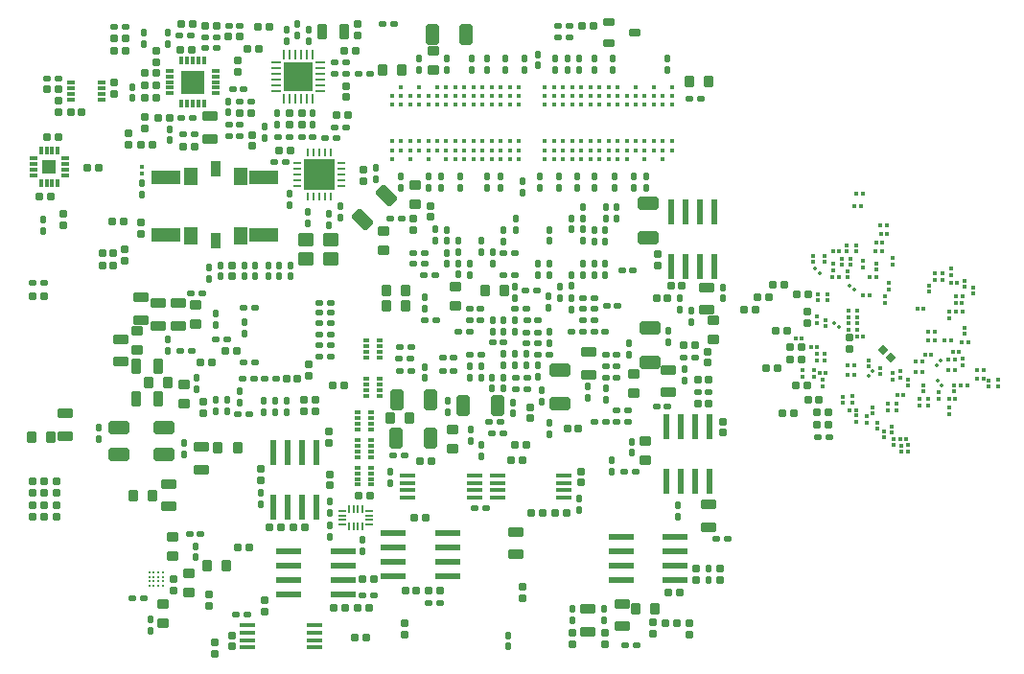
<source format=gbp>
G04 Layer_Color=128*
%FSLAX44Y44*%
%MOMM*%
G71*
G01*
G75*
G04:AMPARAMS|DCode=23|XSize=0.6mm|YSize=0.6mm|CornerRadius=0.06mm|HoleSize=0mm|Usage=FLASHONLY|Rotation=0.000|XOffset=0mm|YOffset=0mm|HoleType=Round|Shape=RoundedRectangle|*
%AMROUNDEDRECTD23*
21,1,0.6000,0.4800,0,0,0.0*
21,1,0.4800,0.6000,0,0,0.0*
1,1,0.1200,0.2400,-0.2400*
1,1,0.1200,-0.2400,-0.2400*
1,1,0.1200,-0.2400,0.2400*
1,1,0.1200,0.2400,0.2400*
%
%ADD23ROUNDEDRECTD23*%
G04:AMPARAMS|DCode=24|XSize=1mm|YSize=0.9mm|CornerRadius=0.1125mm|HoleSize=0mm|Usage=FLASHONLY|Rotation=0.000|XOffset=0mm|YOffset=0mm|HoleType=Round|Shape=RoundedRectangle|*
%AMROUNDEDRECTD24*
21,1,1.0000,0.6750,0,0,0.0*
21,1,0.7750,0.9000,0,0,0.0*
1,1,0.2250,0.3875,-0.3375*
1,1,0.2250,-0.3875,-0.3375*
1,1,0.2250,-0.3875,0.3375*
1,1,0.2250,0.3875,0.3375*
%
%ADD24ROUNDEDRECTD24*%
G04:AMPARAMS|DCode=25|XSize=1mm|YSize=0.9mm|CornerRadius=0.1125mm|HoleSize=0mm|Usage=FLASHONLY|Rotation=270.000|XOffset=0mm|YOffset=0mm|HoleType=Round|Shape=RoundedRectangle|*
%AMROUNDEDRECTD25*
21,1,1.0000,0.6750,0,0,270.0*
21,1,0.7750,0.9000,0,0,270.0*
1,1,0.2250,-0.3375,-0.3875*
1,1,0.2250,-0.3375,0.3875*
1,1,0.2250,0.3375,0.3875*
1,1,0.2250,0.3375,-0.3875*
%
%ADD25ROUNDEDRECTD25*%
G04:AMPARAMS|DCode=27|XSize=0.6mm|YSize=0.6mm|CornerRadius=0.06mm|HoleSize=0mm|Usage=FLASHONLY|Rotation=90.000|XOffset=0mm|YOffset=0mm|HoleType=Round|Shape=RoundedRectangle|*
%AMROUNDEDRECTD27*
21,1,0.6000,0.4800,0,0,90.0*
21,1,0.4800,0.6000,0,0,90.0*
1,1,0.1200,0.2400,0.2400*
1,1,0.1200,0.2400,-0.2400*
1,1,0.1200,-0.2400,-0.2400*
1,1,0.1200,-0.2400,0.2400*
%
%ADD27ROUNDEDRECTD27*%
%ADD28R,2.2000X0.5500*%
%ADD30R,0.5500X2.2000*%
G04:AMPARAMS|DCode=32|XSize=0.5mm|YSize=0.6mm|CornerRadius=0.05mm|HoleSize=0mm|Usage=FLASHONLY|Rotation=270.000|XOffset=0mm|YOffset=0mm|HoleType=Round|Shape=RoundedRectangle|*
%AMROUNDEDRECTD32*
21,1,0.5000,0.5000,0,0,270.0*
21,1,0.4000,0.6000,0,0,270.0*
1,1,0.1000,-0.2500,-0.2000*
1,1,0.1000,-0.2500,0.2000*
1,1,0.1000,0.2500,0.2000*
1,1,0.1000,0.2500,-0.2000*
%
%ADD32ROUNDEDRECTD32*%
G04:AMPARAMS|DCode=33|XSize=0.5mm|YSize=0.6mm|CornerRadius=0.05mm|HoleSize=0mm|Usage=FLASHONLY|Rotation=0.000|XOffset=0mm|YOffset=0mm|HoleType=Round|Shape=RoundedRectangle|*
%AMROUNDEDRECTD33*
21,1,0.5000,0.5000,0,0,0.0*
21,1,0.4000,0.6000,0,0,0.0*
1,1,0.1000,0.2000,-0.2500*
1,1,0.1000,-0.2000,-0.2500*
1,1,0.1000,-0.2000,0.2500*
1,1,0.1000,0.2000,0.2500*
%
%ADD33ROUNDEDRECTD33*%
%ADD37R,0.3500X0.3000*%
%ADD38R,0.3000X0.3500*%
G04:AMPARAMS|DCode=43|XSize=1.3mm|YSize=0.8mm|CornerRadius=0.1mm|HoleSize=0mm|Usage=FLASHONLY|Rotation=180.000|XOffset=0mm|YOffset=0mm|HoleType=Round|Shape=RoundedRectangle|*
%AMROUNDEDRECTD43*
21,1,1.3000,0.6000,0,0,180.0*
21,1,1.1000,0.8000,0,0,180.0*
1,1,0.2000,-0.5500,0.3000*
1,1,0.2000,0.5500,0.3000*
1,1,0.2000,0.5500,-0.3000*
1,1,0.2000,-0.5500,-0.3000*
%
%ADD43ROUNDEDRECTD43*%
G04:AMPARAMS|DCode=49|XSize=1.8mm|YSize=1.15mm|CornerRadius=0.1437mm|HoleSize=0mm|Usage=FLASHONLY|Rotation=0.000|XOffset=0mm|YOffset=0mm|HoleType=Round|Shape=RoundedRectangle|*
%AMROUNDEDRECTD49*
21,1,1.8000,0.8625,0,0,0.0*
21,1,1.5125,1.1500,0,0,0.0*
1,1,0.2875,0.7562,-0.4313*
1,1,0.2875,-0.7562,-0.4313*
1,1,0.2875,-0.7562,0.4313*
1,1,0.2875,0.7562,0.4313*
%
%ADD49ROUNDEDRECTD49*%
G04:AMPARAMS|DCode=50|XSize=1.8mm|YSize=1.15mm|CornerRadius=0.1437mm|HoleSize=0mm|Usage=FLASHONLY|Rotation=90.000|XOffset=0mm|YOffset=0mm|HoleType=Round|Shape=RoundedRectangle|*
%AMROUNDEDRECTD50*
21,1,1.8000,0.8625,0,0,90.0*
21,1,1.5125,1.1500,0,0,90.0*
1,1,0.2875,0.4313,0.7562*
1,1,0.2875,0.4313,-0.7562*
1,1,0.2875,-0.4313,-0.7562*
1,1,0.2875,-0.4313,0.7562*
%
%ADD50ROUNDEDRECTD50*%
G04:AMPARAMS|DCode=51|XSize=1.3mm|YSize=0.8mm|CornerRadius=0.1mm|HoleSize=0mm|Usage=FLASHONLY|Rotation=90.000|XOffset=0mm|YOffset=0mm|HoleType=Round|Shape=RoundedRectangle|*
%AMROUNDEDRECTD51*
21,1,1.3000,0.6000,0,0,90.0*
21,1,1.1000,0.8000,0,0,90.0*
1,1,0.2000,0.3000,0.5500*
1,1,0.2000,0.3000,-0.5500*
1,1,0.2000,-0.3000,-0.5500*
1,1,0.2000,-0.3000,0.5500*
%
%ADD51ROUNDEDRECTD51*%
%ADD62R,0.6000X0.4500*%
%ADD63R,0.6000X0.3000*%
G04:AMPARAMS|DCode=68|XSize=0.6mm|YSize=0.6mm|CornerRadius=0.06mm|HoleSize=0mm|Usage=FLASHONLY|Rotation=225.000|XOffset=0mm|YOffset=0mm|HoleType=Round|Shape=RoundedRectangle|*
%AMROUNDEDRECTD68*
21,1,0.6000,0.4800,0,0,225.0*
21,1,0.4800,0.6000,0,0,225.0*
1,1,0.1200,-0.3394,0.0000*
1,1,0.1200,0.0000,0.3394*
1,1,0.1200,0.3394,0.0000*
1,1,0.1200,0.0000,-0.3394*
%
%ADD68ROUNDEDRECTD68*%
G04:AMPARAMS|DCode=129|XSize=1.8mm|YSize=1.15mm|CornerRadius=0.1437mm|HoleSize=0mm|Usage=FLASHONLY|Rotation=315.000|XOffset=0mm|YOffset=0mm|HoleType=Round|Shape=RoundedRectangle|*
%AMROUNDEDRECTD129*
21,1,1.8000,0.8625,0,0,315.0*
21,1,1.5125,1.1500,0,0,315.0*
1,1,0.2875,0.2298,-0.8397*
1,1,0.2875,-0.8397,0.2298*
1,1,0.2875,-0.2298,0.8397*
1,1,0.2875,0.8397,-0.2298*
%
%ADD129ROUNDEDRECTD129*%
%ADD130R,0.6500X0.2000*%
%ADD131R,0.2000X0.7500*%
%ADD132R,0.2000X0.6500*%
%ADD133R,2.1000X2.1000*%
%ADD134R,0.3000X0.7000*%
%ADD135R,0.7000X0.3000*%
%ADD136R,2.5400X1.2700*%
%ADD137R,1.2000X1.5000*%
%ADD138R,0.9000X1.4000*%
G04:AMPARAMS|DCode=139|XSize=0.3mm|YSize=0.35mm|CornerRadius=0mm|HoleSize=0mm|Usage=FLASHONLY|Rotation=135.000|XOffset=0mm|YOffset=0mm|HoleType=Round|Shape=Rectangle|*
%AMROTATEDRECTD139*
4,1,4,0.2298,0.0177,-0.0177,-0.2298,-0.2298,-0.0177,0.0177,0.2298,0.2298,0.0177,0.0*
%
%ADD139ROTATEDRECTD139*%

G04:AMPARAMS|DCode=140|XSize=0.3mm|YSize=0.35mm|CornerRadius=0mm|HoleSize=0mm|Usage=FLASHONLY|Rotation=225.000|XOffset=0mm|YOffset=0mm|HoleType=Round|Shape=Rectangle|*
%AMROTATEDRECTD140*
4,1,4,-0.0177,0.2298,0.2298,-0.0177,0.0177,-0.2298,-0.2298,0.0177,-0.0177,0.2298,0.0*
%
%ADD140ROTATEDRECTD140*%

%ADD141C,0.2000*%
%ADD142R,1.4000X0.4500*%
G04:AMPARAMS|DCode=143|XSize=1.4mm|YSize=1.2mm|CornerRadius=0.15mm|HoleSize=0mm|Usage=FLASHONLY|Rotation=0.000|XOffset=0mm|YOffset=0mm|HoleType=Round|Shape=RoundedRectangle|*
%AMROUNDEDRECTD143*
21,1,1.4000,0.9000,0,0,0.0*
21,1,1.1000,1.2000,0,0,0.0*
1,1,0.3000,0.5500,-0.4500*
1,1,0.3000,-0.5500,-0.4500*
1,1,0.3000,-0.5500,0.4500*
1,1,0.3000,0.5500,0.4500*
%
%ADD143ROUNDEDRECTD143*%
%ADD144R,2.6000X2.6000*%
%ADD145O,0.9000X0.2500*%
%ADD146O,0.2500X0.9000*%
G04:AMPARAMS|DCode=147|XSize=1.8mm|YSize=1.2mm|CornerRadius=0.15mm|HoleSize=0mm|Usage=FLASHONLY|Rotation=180.000|XOffset=0mm|YOffset=0mm|HoleType=Round|Shape=RoundedRectangle|*
%AMROUNDEDRECTD147*
21,1,1.8000,0.9000,0,0,180.0*
21,1,1.5000,1.2000,0,0,180.0*
1,1,0.3000,-0.7500,0.4500*
1,1,0.3000,0.7500,0.4500*
1,1,0.3000,0.7500,-0.4500*
1,1,0.3000,-0.7500,-0.4500*
%
%ADD147ROUNDEDRECTD147*%
%ADD148C,0.4500*%
%ADD149R,1.2500X1.2500*%
%ADD150R,0.3000X0.8000*%
%ADD151R,0.8000X0.3000*%
%ADD152R,2.7000X2.7000*%
%ADD153R,0.8000X0.2500*%
%ADD154R,0.2500X0.8000*%
G04:AMPARAMS|DCode=155|XSize=0.6mm|YSize=1mm|CornerRadius=0.075mm|HoleSize=0mm|Usage=FLASHONLY|Rotation=90.000|XOffset=0mm|YOffset=0mm|HoleType=Round|Shape=RoundedRectangle|*
%AMROUNDEDRECTD155*
21,1,0.6000,0.8500,0,0,90.0*
21,1,0.4500,1.0000,0,0,90.0*
1,1,0.1500,0.4250,0.2250*
1,1,0.1500,0.4250,-0.2250*
1,1,0.1500,-0.4250,-0.2250*
1,1,0.1500,-0.4250,0.2250*
%
%ADD155ROUNDEDRECTD155*%
D23*
X184750Y27500D02*
D03*
Y37500D02*
D03*
X169000Y21250D02*
D03*
Y31250D02*
D03*
X604250Y288000D02*
D03*
Y278000D02*
D03*
X164000Y73750D02*
D03*
Y63750D02*
D03*
X337250Y38000D02*
D03*
Y48000D02*
D03*
X80750Y515250D02*
D03*
Y525250D02*
D03*
X93250Y471000D02*
D03*
Y481000D02*
D03*
X107750Y484750D02*
D03*
Y494750D02*
D03*
X104250Y391750D02*
D03*
Y401750D02*
D03*
X235000Y498125D02*
D03*
Y488125D02*
D03*
X246000Y498125D02*
D03*
Y488125D02*
D03*
X285500Y522625D02*
D03*
Y512625D02*
D03*
X31000Y509250D02*
D03*
Y499250D02*
D03*
X729510Y300187D02*
D03*
Y290187D02*
D03*
X692250Y313000D02*
D03*
Y323000D02*
D03*
X132625Y87125D02*
D03*
Y77125D02*
D03*
X300750Y448500D02*
D03*
Y438500D02*
D03*
X29750Y163000D02*
D03*
Y173000D02*
D03*
X8250Y163000D02*
D03*
Y173000D02*
D03*
X19000Y163000D02*
D03*
Y173000D02*
D03*
X19000Y152500D02*
D03*
Y142500D02*
D03*
X8250Y152500D02*
D03*
X8250Y142500D02*
D03*
X29750Y152500D02*
D03*
Y142500D02*
D03*
X485000Y39750D02*
D03*
X485000Y29750D02*
D03*
X513500Y39750D02*
D03*
Y29750D02*
D03*
X344500Y395500D02*
D03*
Y405500D02*
D03*
X359750Y416750D02*
D03*
Y406750D02*
D03*
X588500Y48250D02*
D03*
Y38250D02*
D03*
X594500Y96000D02*
D03*
Y86000D02*
D03*
X615500D02*
D03*
X615500Y96000D02*
D03*
X560750Y373750D02*
D03*
Y363750D02*
D03*
X556000Y38750D02*
D03*
Y48750D02*
D03*
X617750Y226250D02*
D03*
Y216250D02*
D03*
X440750Y80250D02*
D03*
Y70250D02*
D03*
X492750Y182250D02*
D03*
Y172250D02*
D03*
X448000Y239000D02*
D03*
Y229000D02*
D03*
X159500Y243500D02*
D03*
Y233500D02*
D03*
X247750Y245000D02*
D03*
Y235000D02*
D03*
X258500Y245000D02*
D03*
Y235000D02*
D03*
X252250Y276750D02*
D03*
Y266750D02*
D03*
X184750Y354250D02*
D03*
Y364250D02*
D03*
X209750Y184000D02*
D03*
Y174000D02*
D03*
X270750Y179750D02*
D03*
Y169750D02*
D03*
X189250Y545000D02*
D03*
Y535000D02*
D03*
X202605Y469429D02*
D03*
Y479429D02*
D03*
X89750Y378250D02*
D03*
Y368250D02*
D03*
X295250Y577000D02*
D03*
Y567000D02*
D03*
X117750Y543500D02*
D03*
Y553500D02*
D03*
X35250Y399750D02*
D03*
Y409750D02*
D03*
X213000Y58250D02*
D03*
Y68250D02*
D03*
X270250Y217250D02*
D03*
Y207250D02*
D03*
D24*
X539500Y268000D02*
D03*
Y251000D02*
D03*
X549500Y209000D02*
D03*
Y192000D02*
D03*
X609250Y298500D02*
D03*
Y315500D02*
D03*
X346250Y435250D02*
D03*
Y418250D02*
D03*
X123750Y47750D02*
D03*
Y64750D02*
D03*
X131750Y124250D02*
D03*
X131750Y107250D02*
D03*
X146250Y75500D02*
D03*
Y92500D02*
D03*
X152250Y312250D02*
D03*
X152250Y329250D02*
D03*
X142000Y258750D02*
D03*
Y241750D02*
D03*
X101000Y306000D02*
D03*
X101000Y289000D02*
D03*
X362750Y536750D02*
D03*
Y553750D02*
D03*
X318250Y377250D02*
D03*
Y394250D02*
D03*
X381500Y328250D02*
D03*
Y345250D02*
D03*
X379250Y219250D02*
D03*
Y202250D02*
D03*
D25*
X317500Y536750D02*
D03*
X334500D02*
D03*
X320750Y342250D02*
D03*
X337750D02*
D03*
X321000Y328500D02*
D03*
X338000D02*
D03*
X324500Y229250D02*
D03*
X341500D02*
D03*
X179500Y98500D02*
D03*
X162500D02*
D03*
X541250Y60750D02*
D03*
X558250D02*
D03*
X588500Y526500D02*
D03*
X605500D02*
D03*
X24250Y212125D02*
D03*
X7250Y212125D02*
D03*
X128000Y261000D02*
D03*
X111000D02*
D03*
X114500Y160750D02*
D03*
X97500D02*
D03*
X172250Y203250D02*
D03*
X189250D02*
D03*
X425000Y342250D02*
D03*
X408000D02*
D03*
D27*
X593250Y293250D02*
D03*
X583250D02*
D03*
X226000Y465750D02*
D03*
X236000D02*
D03*
X504000Y575500D02*
D03*
X494000D02*
D03*
X117750Y511750D02*
D03*
X107750D02*
D03*
X117750Y522750D02*
D03*
X107750D02*
D03*
X117750Y533750D02*
D03*
X107750D02*
D03*
X201750Y498500D02*
D03*
X191750D02*
D03*
X52000Y499250D02*
D03*
X42000D02*
D03*
X31000Y519750D02*
D03*
X21000D02*
D03*
X139750Y577250D02*
D03*
X149750D02*
D03*
X171000Y575500D02*
D03*
X161000D02*
D03*
X181500Y566000D02*
D03*
X191500D02*
D03*
X139000Y554250D02*
D03*
X149000D02*
D03*
X129250Y494250D02*
D03*
X119250D02*
D03*
X114250Y471000D02*
D03*
X104250D02*
D03*
X141500Y469000D02*
D03*
X151500D02*
D03*
X276750Y496750D02*
D03*
X286750D02*
D03*
X687510Y291687D02*
D03*
X677510D02*
D03*
X693510Y338687D02*
D03*
X683510D02*
D03*
X80000Y364000D02*
D03*
X70000D02*
D03*
X80000Y375000D02*
D03*
X70000D02*
D03*
X284500Y62000D02*
D03*
X274500D02*
D03*
X295500Y62000D02*
D03*
X305500D02*
D03*
X300000Y86750D02*
D03*
X310000Y86750D02*
D03*
X567000Y48250D02*
D03*
X577000D02*
D03*
X569750Y75000D02*
D03*
X579750D02*
D03*
X293250Y35750D02*
D03*
X303250D02*
D03*
X582000Y345750D02*
D03*
X572000D02*
D03*
X559250Y334750D02*
D03*
X569250Y334750D02*
D03*
X595750Y241750D02*
D03*
X605750D02*
D03*
Y262750D02*
D03*
X595750D02*
D03*
X199750Y114750D02*
D03*
X189750D02*
D03*
X8750Y336750D02*
D03*
X18750D02*
D03*
X648500Y335750D02*
D03*
X658500D02*
D03*
X490500Y220000D02*
D03*
X480500D02*
D03*
X664750Y306250D02*
D03*
X674750D02*
D03*
X440750Y191750D02*
D03*
X430750D02*
D03*
X444500Y205500D02*
D03*
X434500D02*
D03*
X350750Y191500D02*
D03*
X360750D02*
D03*
X670750Y233500D02*
D03*
X680750D02*
D03*
X701000Y223000D02*
D03*
X711000D02*
D03*
X693000Y245000D02*
D03*
X703000D02*
D03*
X701000Y234000D02*
D03*
X711000D02*
D03*
X449000Y145250D02*
D03*
X459000D02*
D03*
X470000D02*
D03*
X480000D02*
D03*
X692500Y257750D02*
D03*
X682500D02*
D03*
X306250Y160500D02*
D03*
X296250D02*
D03*
X166464Y278750D02*
D03*
X156465D02*
D03*
X232500Y264250D02*
D03*
X242500D02*
D03*
X283750Y257750D02*
D03*
X273750D02*
D03*
X178500Y288750D02*
D03*
X188500D02*
D03*
X249000Y132750D02*
D03*
X239000D02*
D03*
X228000D02*
D03*
X218000D02*
D03*
X337500Y76500D02*
D03*
X347500D02*
D03*
X368500D02*
D03*
X358500D02*
D03*
X345750Y141000D02*
D03*
X355750D02*
D03*
X67000Y450000D02*
D03*
X57000D02*
D03*
X198000Y555500D02*
D03*
X208000D02*
D03*
X217500Y574500D02*
D03*
X207500D02*
D03*
X14500Y425000D02*
D03*
X24500D02*
D03*
X80250Y564750D02*
D03*
X90250D02*
D03*
X80250Y553750D02*
D03*
X90250D02*
D03*
X283500D02*
D03*
X293500D02*
D03*
X78750Y403250D02*
D03*
X88750D02*
D03*
X21250Y477000D02*
D03*
X31250D02*
D03*
X687500Y280750D02*
D03*
X677500D02*
D03*
X666500Y273250D02*
D03*
X656500D02*
D03*
X672250Y346750D02*
D03*
X662250D02*
D03*
X646750Y324750D02*
D03*
X636750D02*
D03*
D28*
X528000Y85950D02*
D03*
Y98650D02*
D03*
Y111350D02*
D03*
Y124050D02*
D03*
X576000Y85950D02*
D03*
Y98650D02*
D03*
Y111350D02*
D03*
Y124050D02*
D03*
X282750Y111800D02*
D03*
Y99100D02*
D03*
Y86400D02*
D03*
Y73700D02*
D03*
X234750Y111800D02*
D03*
Y99100D02*
D03*
Y86400D02*
D03*
Y73700D02*
D03*
X326750Y89450D02*
D03*
Y102150D02*
D03*
Y114850D02*
D03*
Y127550D02*
D03*
X374750Y89450D02*
D03*
Y102150D02*
D03*
Y114850D02*
D03*
Y127550D02*
D03*
D30*
X567950Y221250D02*
D03*
X580650D02*
D03*
X593350D02*
D03*
X606050D02*
D03*
X567950Y173250D02*
D03*
X580650D02*
D03*
X593350D02*
D03*
X606050D02*
D03*
X571950Y411250D02*
D03*
X584650D02*
D03*
X597350D02*
D03*
X610050D02*
D03*
X571950Y363250D02*
D03*
X584650D02*
D03*
X597350D02*
D03*
X610050D02*
D03*
X220950Y198500D02*
D03*
X233650D02*
D03*
X246350D02*
D03*
X259050D02*
D03*
X220950Y150500D02*
D03*
X233650D02*
D03*
X246350D02*
D03*
X259050D02*
D03*
D32*
X106750Y70500D02*
D03*
X96750D02*
D03*
X494250Y335250D02*
D03*
X504250D02*
D03*
X354250Y355250D02*
D03*
X364250D02*
D03*
X404750Y285500D02*
D03*
X394750D02*
D03*
X411750Y225500D02*
D03*
X421750D02*
D03*
X514500Y275250D02*
D03*
X524500D02*
D03*
X541750Y28500D02*
D03*
X531750D02*
D03*
X185000Y519500D02*
D03*
X195000D02*
D03*
X191750Y488500D02*
D03*
X181750D02*
D03*
X191750Y478500D02*
D03*
X181750D02*
D03*
X191750Y509000D02*
D03*
X201750D02*
D03*
X31000Y529000D02*
D03*
X21000D02*
D03*
X80250Y575000D02*
D03*
X90250D02*
D03*
X181750Y575750D02*
D03*
X191750D02*
D03*
X161000Y565750D02*
D03*
X171000D02*
D03*
X138250Y566750D02*
D03*
X148250D02*
D03*
X161000Y555750D02*
D03*
X171000D02*
D03*
X149750Y494250D02*
D03*
X139750D02*
D03*
X141500Y479500D02*
D03*
X151500D02*
D03*
X235000Y477750D02*
D03*
X225000D02*
D03*
X246000D02*
D03*
X256000D02*
D03*
X275500Y543125D02*
D03*
X285500D02*
D03*
X306500Y533125D02*
D03*
X296500D02*
D03*
X285500D02*
D03*
X275500D02*
D03*
X266500Y476250D02*
D03*
X276500D02*
D03*
X187750Y55500D02*
D03*
X197750D02*
D03*
X368500Y66000D02*
D03*
X358500D02*
D03*
X583250Y282750D02*
D03*
X593250D02*
D03*
X310000Y72750D02*
D03*
X300000D02*
D03*
X612500Y122750D02*
D03*
X622500D02*
D03*
X472500Y575250D02*
D03*
X482500D02*
D03*
X595750Y252250D02*
D03*
X605750D02*
D03*
X569250Y239250D02*
D03*
X559250D02*
D03*
X147000Y126750D02*
D03*
X157000D02*
D03*
X8750Y348500D02*
D03*
X18750D02*
D03*
X712002Y212507D02*
D03*
X702002Y212507D02*
D03*
X408750Y149750D02*
D03*
X398750D02*
D03*
X180500Y299000D02*
D03*
X170500D02*
D03*
X148750Y288500D02*
D03*
X138750D02*
D03*
X213250Y264250D02*
D03*
X223250D02*
D03*
X262000Y331250D02*
D03*
X272000D02*
D03*
X194000Y264250D02*
D03*
X204000D02*
D03*
X272000Y322500D02*
D03*
X262000D02*
D03*
X190000Y232750D02*
D03*
X200000D02*
D03*
X262000Y313250D02*
D03*
X272000D02*
D03*
X262000Y283250D02*
D03*
X272000D02*
D03*
X158500Y339500D02*
D03*
X148500D02*
D03*
X272000Y303250D02*
D03*
X262000D02*
D03*
X272000Y293250D02*
D03*
X262000D02*
D03*
X205000Y327000D02*
D03*
X195000D02*
D03*
X205000Y278750D02*
D03*
X195000D02*
D03*
X275500Y486000D02*
D03*
X285500D02*
D03*
X482500Y565500D02*
D03*
X472500D02*
D03*
X588750Y511500D02*
D03*
X598750D02*
D03*
X231750Y455750D02*
D03*
X221750D02*
D03*
X444250Y325500D02*
D03*
X434250D02*
D03*
X504500Y315250D02*
D03*
X494500D02*
D03*
X528750Y359750D02*
D03*
X538750D02*
D03*
X515250Y328750D02*
D03*
X525250D02*
D03*
X334500Y405500D02*
D03*
X324500D02*
D03*
X365000Y315500D02*
D03*
X355000D02*
D03*
X524250Y225750D02*
D03*
X534250D02*
D03*
X524250Y235750D02*
D03*
X534250D02*
D03*
X514500Y265250D02*
D03*
X524500D02*
D03*
X514500Y285250D02*
D03*
X524500D02*
D03*
X453500Y342000D02*
D03*
X443500D02*
D03*
X404250Y315500D02*
D03*
X394250D02*
D03*
X404250Y325500D02*
D03*
X394250D02*
D03*
X455000Y315500D02*
D03*
X445000D02*
D03*
X454750Y305000D02*
D03*
X444750D02*
D03*
X414500Y295750D02*
D03*
X424500D02*
D03*
X454750Y295500D02*
D03*
X444750D02*
D03*
X454500Y285500D02*
D03*
X464500D02*
D03*
X380500Y282250D02*
D03*
X370500D02*
D03*
X380500Y270500D02*
D03*
X370500D02*
D03*
X445000Y265250D02*
D03*
X435000D02*
D03*
X445000Y255000D02*
D03*
X435000D02*
D03*
X394750Y305250D02*
D03*
X384750D02*
D03*
X342000Y281750D02*
D03*
X332000D02*
D03*
X531250Y181750D02*
D03*
X541250D02*
D03*
X414250Y215500D02*
D03*
X424250D02*
D03*
X342500Y270500D02*
D03*
X332500D02*
D03*
X342750Y292250D02*
D03*
X332750D02*
D03*
X504500Y225750D02*
D03*
X514500D02*
D03*
X336750Y196500D02*
D03*
X326750D02*
D03*
X354750Y365250D02*
D03*
X344750D02*
D03*
X354750Y375250D02*
D03*
X344750D02*
D03*
X424250D02*
D03*
X434250D02*
D03*
X494500Y305250D02*
D03*
X484500D02*
D03*
X504250Y305250D02*
D03*
X514250D02*
D03*
X494250Y325500D02*
D03*
X504250D02*
D03*
X434250Y355250D02*
D03*
X424250D02*
D03*
X317500Y577500D02*
D03*
X327500D02*
D03*
D33*
X385750Y442500D02*
D03*
Y432500D02*
D03*
X271250Y155750D02*
D03*
Y145750D02*
D03*
X152250Y106250D02*
D03*
Y116250D02*
D03*
X112250Y41250D02*
D03*
Y51250D02*
D03*
X484500Y395750D02*
D03*
Y405750D02*
D03*
X354500Y335750D02*
D03*
Y325750D02*
D03*
X404500Y195750D02*
D03*
Y205750D02*
D03*
X534750Y295250D02*
D03*
Y285250D02*
D03*
X569500Y296250D02*
D03*
Y306250D02*
D03*
X271250Y124500D02*
D03*
Y134500D02*
D03*
X181250Y509000D02*
D03*
Y499000D02*
D03*
X96250Y511750D02*
D03*
Y521750D02*
D03*
X128000Y569750D02*
D03*
Y559750D02*
D03*
X129250Y484500D02*
D03*
Y474500D02*
D03*
X252500Y562000D02*
D03*
Y572000D02*
D03*
X242500Y567000D02*
D03*
Y577000D02*
D03*
X232500Y562000D02*
D03*
Y572000D02*
D03*
X224750Y498125D02*
D03*
Y488125D02*
D03*
X255500Y498250D02*
D03*
Y488250D02*
D03*
X106750Y569750D02*
D03*
Y559750D02*
D03*
X251750Y401000D02*
D03*
Y411000D02*
D03*
X270250Y399750D02*
D03*
Y409750D02*
D03*
X280250Y406500D02*
D03*
Y416500D02*
D03*
X512750Y61000D02*
D03*
Y51000D02*
D03*
X485250D02*
D03*
Y61000D02*
D03*
X300000Y121500D02*
D03*
X300000Y111500D02*
D03*
X605000Y96000D02*
D03*
Y86000D02*
D03*
X578500Y152250D02*
D03*
Y142250D02*
D03*
X579750Y334750D02*
D03*
Y324750D02*
D03*
X617750Y344750D02*
D03*
Y334750D02*
D03*
X589750Y323750D02*
D03*
Y313750D02*
D03*
X584500Y272250D02*
D03*
Y262250D02*
D03*
X473000Y432250D02*
D03*
Y442250D02*
D03*
X489000Y432250D02*
D03*
Y442250D02*
D03*
X505000Y432250D02*
D03*
Y442250D02*
D03*
X539500Y432250D02*
D03*
Y442250D02*
D03*
X521000Y536750D02*
D03*
Y546750D02*
D03*
X428750Y27500D02*
D03*
Y37500D02*
D03*
X491250Y148250D02*
D03*
Y158250D02*
D03*
X142000Y207000D02*
D03*
Y197000D02*
D03*
X67000Y211000D02*
D03*
Y221000D02*
D03*
X209750Y163000D02*
D03*
Y153000D02*
D03*
X170500Y311500D02*
D03*
Y321500D02*
D03*
X153250Y264500D02*
D03*
Y254500D02*
D03*
X128104Y298354D02*
D03*
Y288354D02*
D03*
X216750Y354250D02*
D03*
Y364250D02*
D03*
X212500Y234750D02*
D03*
Y244750D02*
D03*
X180000Y235000D02*
D03*
Y245000D02*
D03*
X170000D02*
D03*
Y235000D02*
D03*
X174250Y364250D02*
D03*
Y354250D02*
D03*
X195250Y354250D02*
D03*
Y364250D02*
D03*
X226250Y354250D02*
D03*
Y364250D02*
D03*
X222750Y244750D02*
D03*
Y234750D02*
D03*
X195500Y314000D02*
D03*
Y304000D02*
D03*
X191250Y253250D02*
D03*
Y243250D02*
D03*
X205250Y364250D02*
D03*
Y354250D02*
D03*
X236250Y364250D02*
D03*
Y354250D02*
D03*
X232750Y234750D02*
D03*
Y244750D02*
D03*
X164500Y362250D02*
D03*
Y352250D02*
D03*
X374250Y536750D02*
D03*
Y546750D02*
D03*
X349500Y536500D02*
D03*
Y546500D02*
D03*
X421750Y442750D02*
D03*
Y432750D02*
D03*
X456750Y442250D02*
D03*
Y432250D02*
D03*
X455000Y540500D02*
D03*
Y550500D02*
D03*
X333500Y442750D02*
D03*
Y432750D02*
D03*
X358250Y442750D02*
D03*
Y432750D02*
D03*
X569000Y536750D02*
D03*
Y546750D02*
D03*
X480750Y536500D02*
D03*
Y546500D02*
D03*
X311500Y450500D02*
D03*
Y440500D02*
D03*
X522000Y442250D02*
D03*
Y432250D02*
D03*
X550500Y442250D02*
D03*
Y432250D02*
D03*
X396250Y536750D02*
D03*
Y546750D02*
D03*
X443000Y537000D02*
D03*
Y547000D02*
D03*
X425500Y536750D02*
D03*
Y546750D02*
D03*
X409750Y536750D02*
D03*
Y546750D02*
D03*
X505000Y536750D02*
D03*
Y546750D02*
D03*
X491000Y536500D02*
D03*
Y546500D02*
D03*
X470000Y536500D02*
D03*
Y546500D02*
D03*
X440750Y438250D02*
D03*
Y428250D02*
D03*
X409750Y432750D02*
D03*
Y442750D02*
D03*
X369500Y432750D02*
D03*
Y442750D02*
D03*
X235000Y427000D02*
D03*
Y417000D02*
D03*
X213500Y476250D02*
D03*
Y486250D02*
D03*
X104750Y426500D02*
D03*
Y436500D02*
D03*
X18000Y404500D02*
D03*
Y394500D02*
D03*
X504500Y355250D02*
D03*
Y365250D02*
D03*
X394250Y365500D02*
D03*
Y355500D02*
D03*
X524500Y405750D02*
D03*
Y415750D02*
D03*
X464500Y365250D02*
D03*
Y355250D02*
D03*
X435000Y395500D02*
D03*
Y405500D02*
D03*
X464500Y385500D02*
D03*
Y395500D02*
D03*
X484250Y335250D02*
D03*
Y325250D02*
D03*
X374250Y365250D02*
D03*
Y375250D02*
D03*
X474250Y335500D02*
D03*
Y345500D02*
D03*
X498750Y257250D02*
D03*
Y247250D02*
D03*
X384250Y375750D02*
D03*
Y385750D02*
D03*
X374750Y234750D02*
D03*
Y244750D02*
D03*
X494500Y355250D02*
D03*
Y365250D02*
D03*
X514500Y245500D02*
D03*
Y255500D02*
D03*
X464000Y326750D02*
D03*
Y336750D02*
D03*
X424500Y315750D02*
D03*
Y305750D02*
D03*
X414750Y315500D02*
D03*
Y305500D02*
D03*
X434500Y335500D02*
D03*
Y345500D02*
D03*
X458000Y253500D02*
D03*
Y243500D02*
D03*
X434500Y315500D02*
D03*
Y305500D02*
D03*
X465000Y305500D02*
D03*
Y295500D02*
D03*
X444500Y275750D02*
D03*
Y285750D02*
D03*
X454500Y275500D02*
D03*
Y265500D02*
D03*
X394250Y275000D02*
D03*
Y265000D02*
D03*
X404750Y275000D02*
D03*
Y265000D02*
D03*
X413750Y265250D02*
D03*
Y255250D02*
D03*
X424500Y275750D02*
D03*
Y285750D02*
D03*
X434500Y275750D02*
D03*
Y285750D02*
D03*
X424000Y255250D02*
D03*
Y265250D02*
D03*
X484500Y345750D02*
D03*
Y355750D02*
D03*
X324500Y181750D02*
D03*
Y171750D02*
D03*
X519750Y192250D02*
D03*
Y182250D02*
D03*
X354750Y264500D02*
D03*
Y274500D02*
D03*
X464500Y225250D02*
D03*
Y215250D02*
D03*
X432250Y233250D02*
D03*
Y243250D02*
D03*
X395250Y219000D02*
D03*
Y209000D02*
D03*
X537500Y198500D02*
D03*
Y208500D02*
D03*
X494500Y405750D02*
D03*
Y415750D02*
D03*
X494750Y385750D02*
D03*
Y395750D02*
D03*
X404500Y385500D02*
D03*
Y375500D02*
D03*
X374500Y385500D02*
D03*
Y395500D02*
D03*
X514250Y385250D02*
D03*
Y395250D02*
D03*
X424500Y385250D02*
D03*
Y395250D02*
D03*
X364250Y395750D02*
D03*
Y385750D02*
D03*
X384500Y366000D02*
D03*
Y356000D02*
D03*
X414500Y375500D02*
D03*
Y365500D02*
D03*
X514250Y355750D02*
D03*
Y365750D02*
D03*
X504500Y385250D02*
D03*
Y395250D02*
D03*
X514500Y405750D02*
D03*
Y415750D02*
D03*
X454750Y365750D02*
D03*
Y355750D02*
D03*
D37*
X736260Y318387D02*
D03*
Y323987D02*
D03*
X728750Y318387D02*
D03*
Y323987D02*
D03*
X700960Y318787D02*
D03*
Y313187D02*
D03*
X708760Y315987D02*
D03*
Y310387D02*
D03*
X728750Y307483D02*
D03*
Y313083D02*
D03*
X736260Y307387D02*
D03*
Y312987D02*
D03*
X700750Y280400D02*
D03*
Y286000D02*
D03*
X708010Y280313D02*
D03*
Y285913D02*
D03*
X698760Y265887D02*
D03*
Y271487D02*
D03*
X705750Y262850D02*
D03*
Y257250D02*
D03*
X724010Y248237D02*
D03*
Y242637D02*
D03*
X732010Y242887D02*
D03*
Y248487D02*
D03*
X735560Y225937D02*
D03*
Y231537D02*
D03*
X745313Y224960D02*
D03*
Y230560D02*
D03*
X754430Y219720D02*
D03*
Y225320D02*
D03*
X767000Y216400D02*
D03*
Y222000D02*
D03*
X688250Y265900D02*
D03*
Y271500D02*
D03*
X701500Y333087D02*
D03*
Y338687D02*
D03*
X710000Y333087D02*
D03*
Y338687D02*
D03*
X764260Y343087D02*
D03*
Y348687D02*
D03*
X760750Y331150D02*
D03*
Y336750D02*
D03*
X753310Y365787D02*
D03*
Y360187D02*
D03*
X741260Y367987D02*
D03*
Y362387D02*
D03*
X730510Y369987D02*
D03*
Y364387D02*
D03*
X728260Y358987D02*
D03*
Y353387D02*
D03*
X722760Y369987D02*
D03*
Y364387D02*
D03*
X715250Y365350D02*
D03*
Y359750D02*
D03*
X707510Y367137D02*
D03*
Y372737D02*
D03*
X697500Y372600D02*
D03*
Y367000D02*
D03*
X727010Y376437D02*
D03*
Y382037D02*
D03*
X736010Y381787D02*
D03*
Y376187D02*
D03*
X767760Y370737D02*
D03*
Y365137D02*
D03*
X775437Y199440D02*
D03*
Y205040D02*
D03*
X799010Y240637D02*
D03*
Y246237D02*
D03*
X791250Y240637D02*
D03*
Y246237D02*
D03*
X808490Y251863D02*
D03*
Y246263D02*
D03*
X763510Y236137D02*
D03*
Y241737D02*
D03*
X771260Y236137D02*
D03*
Y241737D02*
D03*
X795260Y252637D02*
D03*
Y258237D02*
D03*
X817710Y233087D02*
D03*
Y238687D02*
D03*
X746510Y274687D02*
D03*
Y280287D02*
D03*
X756770Y273537D02*
D03*
Y267937D02*
D03*
X767937Y268790D02*
D03*
Y263190D02*
D03*
X774437Y264960D02*
D03*
Y270560D02*
D03*
X781260Y263416D02*
D03*
Y257816D02*
D03*
X821960Y252887D02*
D03*
Y258487D02*
D03*
X852714Y257046D02*
D03*
Y262646D02*
D03*
X860937Y257190D02*
D03*
Y262790D02*
D03*
X830000Y281850D02*
D03*
Y276250D02*
D03*
X831560Y303687D02*
D03*
Y309287D02*
D03*
X817500Y317473D02*
D03*
Y323073D02*
D03*
X839260Y344737D02*
D03*
Y339137D02*
D03*
X831750Y350550D02*
D03*
Y344950D02*
D03*
X804860Y357137D02*
D03*
Y351537D02*
D03*
X800510Y346537D02*
D03*
Y340937D02*
D03*
X811910Y351537D02*
D03*
Y357137D02*
D03*
X819460Y355500D02*
D03*
Y361100D02*
D03*
X750010Y233137D02*
D03*
Y238737D02*
D03*
X104750Y450800D02*
D03*
Y445200D02*
D03*
X781617Y205254D02*
D03*
Y199654D02*
D03*
X760500Y217550D02*
D03*
Y211950D02*
D03*
X768390Y210846D02*
D03*
Y205246D02*
D03*
D38*
X742060Y300937D02*
D03*
X736460D02*
D03*
X695710Y292187D02*
D03*
X701310D02*
D03*
X734060Y275437D02*
D03*
X728460D02*
D03*
Y267687D02*
D03*
X734060D02*
D03*
X703400Y269387D02*
D03*
X709000D02*
D03*
X730210Y236437D02*
D03*
X735810D02*
D03*
X682110Y299737D02*
D03*
X687710D02*
D03*
X747426Y337437D02*
D03*
X741826D02*
D03*
X747900Y354000D02*
D03*
X753500D02*
D03*
X714910Y353387D02*
D03*
X720510D02*
D03*
X715160Y376437D02*
D03*
X720760D02*
D03*
X758500Y376250D02*
D03*
X752900D02*
D03*
X753210Y384187D02*
D03*
X758810D02*
D03*
X757410Y392000D02*
D03*
X763010D02*
D03*
X757330Y399817D02*
D03*
X762930D02*
D03*
X741500Y427250D02*
D03*
X735900D02*
D03*
X823348Y246289D02*
D03*
X817748D02*
D03*
X777560Y249937D02*
D03*
X771960D02*
D03*
X788150Y270187D02*
D03*
X793750D02*
D03*
X788210Y278937D02*
D03*
X793810D02*
D03*
X833610Y258487D02*
D03*
X828010D02*
D03*
X842500Y264250D02*
D03*
X848100D02*
D03*
X822810Y271937D02*
D03*
X817210D02*
D03*
X796463Y285260D02*
D03*
X802063D02*
D03*
X848060Y271437D02*
D03*
X842460D02*
D03*
X822810Y280687D02*
D03*
X817210D02*
D03*
X820940Y288063D02*
D03*
X826540D02*
D03*
X834560Y296187D02*
D03*
X828960D02*
D03*
X813690Y297813D02*
D03*
X819290D02*
D03*
X799500Y305250D02*
D03*
X805100D02*
D03*
X789710Y325437D02*
D03*
X795310D02*
D03*
X829774Y323073D02*
D03*
X824174D02*
D03*
X829060Y330687D02*
D03*
X823460D02*
D03*
X829310Y337187D02*
D03*
X823710D02*
D03*
X825060Y348687D02*
D03*
X819460D02*
D03*
X774404Y210886D02*
D03*
X780004D02*
D03*
X799450Y297750D02*
D03*
X805050D02*
D03*
X734200Y416000D02*
D03*
X739800D02*
D03*
D43*
X529250Y45250D02*
D03*
Y65250D02*
D03*
X164750Y475750D02*
D03*
Y495750D02*
D03*
X499000Y40750D02*
D03*
Y60750D02*
D03*
X605500Y152750D02*
D03*
Y132750D02*
D03*
X603750Y324750D02*
D03*
Y344750D02*
D03*
X569500Y271750D02*
D03*
Y251750D02*
D03*
X119500Y330750D02*
D03*
X119500Y310750D02*
D03*
X136750Y330750D02*
D03*
Y310750D02*
D03*
X86750Y279000D02*
D03*
Y299000D02*
D03*
X104250Y336000D02*
D03*
Y316000D02*
D03*
X128500Y171000D02*
D03*
Y151000D02*
D03*
X157750Y203500D02*
D03*
Y183500D02*
D03*
X435000Y128750D02*
D03*
Y108750D02*
D03*
X499500Y267750D02*
D03*
Y287750D02*
D03*
X37500Y213500D02*
D03*
Y233500D02*
D03*
D49*
X551750Y418750D02*
D03*
Y388750D02*
D03*
X553500Y308750D02*
D03*
Y278750D02*
D03*
X473750Y271750D02*
D03*
Y241750D02*
D03*
D50*
X391500Y568250D02*
D03*
X361500D02*
D03*
X419000Y240000D02*
D03*
X389000D02*
D03*
X329500Y211750D02*
D03*
X359500D02*
D03*
X360000Y245500D02*
D03*
X330000D02*
D03*
D51*
X263750Y570625D02*
D03*
X283750D02*
D03*
X99500Y246500D02*
D03*
X119500D02*
D03*
X99750Y275250D02*
D03*
X119750Y275250D02*
D03*
D62*
X295250Y170500D02*
D03*
Y185500D02*
D03*
X307250Y170500D02*
D03*
Y185500D02*
D03*
X295250Y219000D02*
D03*
Y234000D02*
D03*
X307250Y219000D02*
D03*
Y234000D02*
D03*
X295250Y194500D02*
D03*
X295250Y209500D02*
D03*
X307250Y194500D02*
D03*
Y209500D02*
D03*
X315000Y298000D02*
D03*
Y283000D02*
D03*
X303000Y298000D02*
D03*
Y283000D02*
D03*
X315000Y264000D02*
D03*
X315000Y249000D02*
D03*
X303000Y264000D02*
D03*
X303000Y249000D02*
D03*
D63*
X295250Y175500D02*
D03*
Y180500D02*
D03*
X307250Y175500D02*
D03*
Y180500D02*
D03*
X295250Y224000D02*
D03*
X295250Y229000D02*
D03*
X307250Y224000D02*
D03*
Y229000D02*
D03*
X295250Y199500D02*
D03*
X295250Y204500D02*
D03*
X307250Y199500D02*
D03*
Y204500D02*
D03*
X315000Y293000D02*
D03*
X315000Y288000D02*
D03*
X303000Y293000D02*
D03*
Y288000D02*
D03*
X315000Y259000D02*
D03*
X315000Y254000D02*
D03*
X303000Y259000D02*
D03*
X303000Y254000D02*
D03*
D68*
X766285Y282215D02*
D03*
X759214Y289286D02*
D03*
D129*
X299643Y404643D02*
D03*
X320857Y425857D02*
D03*
D130*
X282000Y135250D02*
D03*
Y139250D02*
D03*
Y143250D02*
D03*
Y147250D02*
D03*
X305500D02*
D03*
X305500Y143250D02*
D03*
Y139250D02*
D03*
Y135250D02*
D03*
D131*
X287750Y148500D02*
D03*
D132*
X291750Y149000D02*
D03*
X295750D02*
D03*
X299750D02*
D03*
Y133500D02*
D03*
X295750D02*
D03*
X291750D02*
D03*
X287750D02*
D03*
D133*
X150000Y526000D02*
D03*
D134*
X160000Y545000D02*
D03*
X155000D02*
D03*
X150000D02*
D03*
X145000D02*
D03*
X140000D02*
D03*
Y507000D02*
D03*
X145000D02*
D03*
X150000D02*
D03*
X155000D02*
D03*
X160000D02*
D03*
D135*
X129500Y536000D02*
D03*
Y531000D02*
D03*
Y526000D02*
D03*
Y521000D02*
D03*
Y516000D02*
D03*
X170500D02*
D03*
Y521000D02*
D03*
Y526000D02*
D03*
Y531000D02*
D03*
Y536000D02*
D03*
X42000Y510250D02*
D03*
Y515250D02*
D03*
Y520250D02*
D03*
Y525250D02*
D03*
X69000Y510250D02*
D03*
Y515250D02*
D03*
Y520250D02*
D03*
Y525250D02*
D03*
D136*
X126250Y442000D02*
D03*
X212250D02*
D03*
Y391000D02*
D03*
X126250D02*
D03*
D137*
X192000Y442250D02*
D03*
Y390250D02*
D03*
X148000D02*
D03*
Y442250D02*
D03*
X192000D02*
D03*
Y390250D02*
D03*
X148000D02*
D03*
Y442250D02*
D03*
D138*
X170000Y385750D02*
D03*
Y449750D02*
D03*
D139*
X716530Y313417D02*
D03*
X720490Y309457D02*
D03*
X730030Y346417D02*
D03*
X733990Y342457D02*
D03*
X703210Y357040D02*
D03*
X699250Y361000D02*
D03*
X811490Y258363D02*
D03*
X807530Y262323D02*
D03*
D140*
X746350Y266927D02*
D03*
X750310Y270887D02*
D03*
X806490Y276207D02*
D03*
X810450Y280167D02*
D03*
D141*
X123375Y81125D02*
D03*
X123375Y85125D02*
D03*
X123375Y89125D02*
D03*
X123375Y93125D02*
D03*
X119375Y81125D02*
D03*
Y85125D02*
D03*
X119375Y89125D02*
D03*
X119375Y93125D02*
D03*
X115375Y81125D02*
D03*
X115375Y85125D02*
D03*
Y89125D02*
D03*
Y93125D02*
D03*
X111375Y81125D02*
D03*
Y85125D02*
D03*
Y89125D02*
D03*
X111375Y93125D02*
D03*
D142*
X257500Y46250D02*
D03*
Y39750D02*
D03*
Y33250D02*
D03*
Y26750D02*
D03*
X198500Y46250D02*
D03*
Y39750D02*
D03*
Y33250D02*
D03*
Y26750D02*
D03*
X418750Y159000D02*
D03*
Y165500D02*
D03*
Y172000D02*
D03*
Y178500D02*
D03*
X477750Y159000D02*
D03*
Y165500D02*
D03*
Y172000D02*
D03*
Y178500D02*
D03*
X339750Y159000D02*
D03*
Y165500D02*
D03*
Y172000D02*
D03*
Y178500D02*
D03*
X398750Y159000D02*
D03*
Y165500D02*
D03*
Y172000D02*
D03*
Y178500D02*
D03*
D143*
X249750Y370000D02*
D03*
X271750D02*
D03*
Y387000D02*
D03*
X249750D02*
D03*
D144*
X243000Y530625D02*
D03*
D145*
X262250Y518125D02*
D03*
Y523125D02*
D03*
Y528125D02*
D03*
Y533125D02*
D03*
Y538125D02*
D03*
Y543125D02*
D03*
X223750D02*
D03*
Y538125D02*
D03*
Y533125D02*
D03*
Y528125D02*
D03*
Y523125D02*
D03*
Y518125D02*
D03*
D146*
X255500Y549875D02*
D03*
X250500D02*
D03*
X245500D02*
D03*
X240500D02*
D03*
X235500D02*
D03*
X230500D02*
D03*
Y511375D02*
D03*
X235500D02*
D03*
X240500D02*
D03*
X245500D02*
D03*
X250500D02*
D03*
X255500D02*
D03*
D147*
X124500Y221000D02*
D03*
X84500D02*
D03*
Y197000D02*
D03*
X124500D02*
D03*
D148*
X325750Y513750D02*
D03*
Y505750D02*
D03*
Y473750D02*
D03*
Y465750D02*
D03*
Y457750D02*
D03*
X333750Y521750D02*
D03*
Y513750D02*
D03*
Y505750D02*
D03*
Y473750D02*
D03*
Y465750D02*
D03*
X341750Y513750D02*
D03*
X341750Y505750D02*
D03*
X341750Y473750D02*
D03*
X341750Y465750D02*
D03*
Y457750D02*
D03*
X349750Y521750D02*
D03*
Y513750D02*
D03*
Y505750D02*
D03*
Y473750D02*
D03*
Y465750D02*
D03*
X357750Y513750D02*
D03*
Y505750D02*
D03*
Y473750D02*
D03*
Y465750D02*
D03*
Y457750D02*
D03*
X365750Y521750D02*
D03*
Y513750D02*
D03*
Y505750D02*
D03*
Y473750D02*
D03*
Y465750D02*
D03*
X373750Y521750D02*
D03*
Y513750D02*
D03*
Y505750D02*
D03*
Y473750D02*
D03*
Y465750D02*
D03*
Y457750D02*
D03*
X381750Y521750D02*
D03*
Y513750D02*
D03*
Y505750D02*
D03*
Y473750D02*
D03*
Y465750D02*
D03*
Y457750D02*
D03*
X389750Y521750D02*
D03*
Y513750D02*
D03*
X389750Y505750D02*
D03*
Y473750D02*
D03*
Y465750D02*
D03*
Y457750D02*
D03*
X397750Y521750D02*
D03*
Y513750D02*
D03*
X397750Y505750D02*
D03*
X397750Y473750D02*
D03*
X397750Y465750D02*
D03*
Y457750D02*
D03*
X405750Y521750D02*
D03*
Y513750D02*
D03*
Y505750D02*
D03*
Y473750D02*
D03*
Y465750D02*
D03*
Y457750D02*
D03*
X413750Y521750D02*
D03*
Y513750D02*
D03*
Y505750D02*
D03*
Y473750D02*
D03*
Y465750D02*
D03*
Y457750D02*
D03*
X421750Y521750D02*
D03*
Y513750D02*
D03*
Y505750D02*
D03*
Y473750D02*
D03*
Y465750D02*
D03*
Y457750D02*
D03*
X429750Y521750D02*
D03*
Y513750D02*
D03*
X429750Y505750D02*
D03*
Y473750D02*
D03*
Y465750D02*
D03*
Y457750D02*
D03*
X437750Y521750D02*
D03*
Y513750D02*
D03*
Y505750D02*
D03*
Y473750D02*
D03*
Y465750D02*
D03*
Y457750D02*
D03*
X573000Y465750D02*
D03*
Y473750D02*
D03*
Y505750D02*
D03*
Y513750D02*
D03*
Y521750D02*
D03*
X565000Y457750D02*
D03*
Y465750D02*
D03*
Y473750D02*
D03*
Y505750D02*
D03*
Y513750D02*
D03*
X557000Y465750D02*
D03*
X557000Y473750D02*
D03*
X557000Y505750D02*
D03*
X557000Y513750D02*
D03*
Y521750D02*
D03*
X549000Y457750D02*
D03*
Y465750D02*
D03*
Y473750D02*
D03*
Y505750D02*
D03*
Y513750D02*
D03*
X541000Y465750D02*
D03*
Y473750D02*
D03*
Y505750D02*
D03*
Y513750D02*
D03*
Y521750D02*
D03*
X533000Y457750D02*
D03*
Y465750D02*
D03*
Y473750D02*
D03*
Y505750D02*
D03*
Y513750D02*
D03*
X525000Y457750D02*
D03*
Y465750D02*
D03*
Y473750D02*
D03*
Y505750D02*
D03*
Y513750D02*
D03*
Y521750D02*
D03*
X517000Y457750D02*
D03*
Y465750D02*
D03*
Y473750D02*
D03*
Y505750D02*
D03*
Y513750D02*
D03*
Y521750D02*
D03*
X509000Y457750D02*
D03*
Y465750D02*
D03*
X509000Y473750D02*
D03*
Y505750D02*
D03*
Y513750D02*
D03*
Y521750D02*
D03*
X501000Y457750D02*
D03*
Y465750D02*
D03*
X501000Y473750D02*
D03*
X501000Y505750D02*
D03*
X501000Y513750D02*
D03*
Y521750D02*
D03*
X493000Y457750D02*
D03*
Y465750D02*
D03*
Y473750D02*
D03*
Y505750D02*
D03*
Y513750D02*
D03*
Y521750D02*
D03*
X485000Y457750D02*
D03*
Y465750D02*
D03*
Y473750D02*
D03*
Y505750D02*
D03*
Y513750D02*
D03*
Y521750D02*
D03*
X477000Y457750D02*
D03*
Y465750D02*
D03*
Y473750D02*
D03*
Y505750D02*
D03*
Y513750D02*
D03*
Y521750D02*
D03*
X469000Y457750D02*
D03*
Y465750D02*
D03*
X469000Y473750D02*
D03*
Y505750D02*
D03*
Y513750D02*
D03*
Y521750D02*
D03*
X461000Y457750D02*
D03*
Y465750D02*
D03*
Y473750D02*
D03*
Y505750D02*
D03*
Y513750D02*
D03*
Y521750D02*
D03*
D149*
X23250Y451000D02*
D03*
D150*
X15750Y436750D02*
D03*
X20750D02*
D03*
X25750D02*
D03*
X30750D02*
D03*
Y465250D02*
D03*
X25750D02*
D03*
X20750D02*
D03*
X15750D02*
D03*
D151*
X37500Y443500D02*
D03*
Y448500D02*
D03*
Y453500D02*
D03*
Y458500D02*
D03*
X9000D02*
D03*
Y453500D02*
D03*
Y448500D02*
D03*
Y443500D02*
D03*
D152*
X261750Y444500D02*
D03*
D153*
X242500Y454500D02*
D03*
Y449500D02*
D03*
Y444500D02*
D03*
Y439500D02*
D03*
Y434500D02*
D03*
X281000D02*
D03*
Y439500D02*
D03*
Y444500D02*
D03*
Y449500D02*
D03*
Y454500D02*
D03*
D154*
X251750Y425250D02*
D03*
X256750D02*
D03*
X261750D02*
D03*
X266750D02*
D03*
X271750D02*
D03*
Y463750D02*
D03*
X266750D02*
D03*
X261750D02*
D03*
X256750D02*
D03*
X251750D02*
D03*
D155*
X517500Y560000D02*
D03*
Y579000D02*
D03*
X540500Y569500D02*
D03*
M02*

</source>
